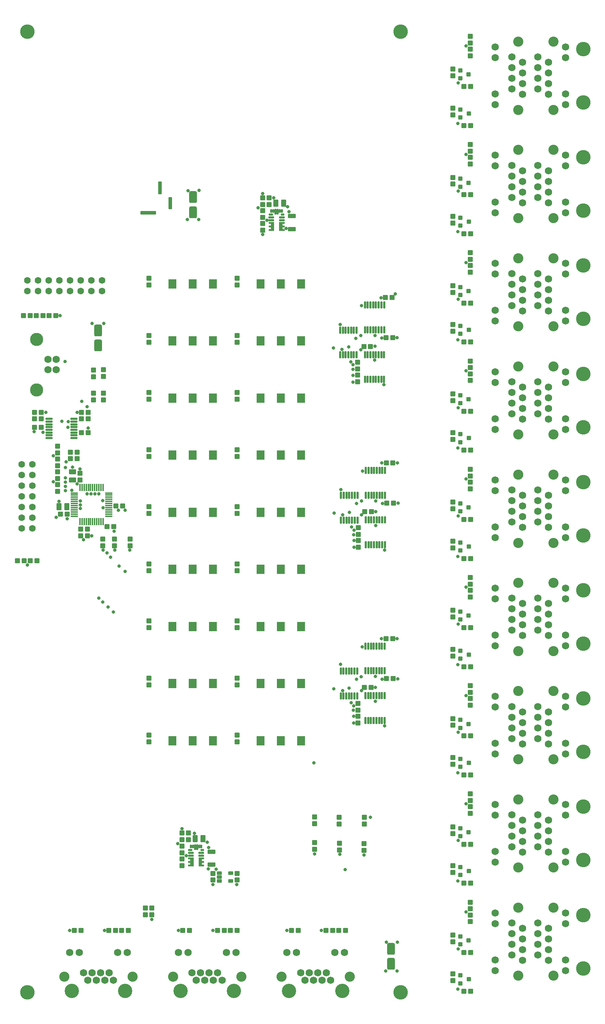
<source format=gts>
G04*
G04 #@! TF.GenerationSoftware,Altium Limited,Altium Designer,23.10.1 (27)*
G04*
G04 Layer_Color=8388736*
%FSLAX44Y44*%
%MOMM*%
G71*
G04*
G04 #@! TF.SameCoordinates,DF195826-C762-4DAA-97BD-B22AA121C3D6*
G04*
G04*
G04 #@! TF.FilePolarity,Negative*
G04*
G01*
G75*
G04:AMPARAMS|DCode=35|XSize=1.143mm|YSize=1.1938mm|CornerRadius=0.1486mm|HoleSize=0mm|Usage=FLASHONLY|Rotation=180.000|XOffset=0mm|YOffset=0mm|HoleType=Round|Shape=RoundedRectangle|*
%AMROUNDEDRECTD35*
21,1,1.1430,0.8966,0,0,180.0*
21,1,0.8458,1.1938,0,0,180.0*
1,1,0.2972,-0.4229,0.4483*
1,1,0.2972,0.4229,0.4483*
1,1,0.2972,0.4229,-0.4483*
1,1,0.2972,-0.4229,-0.4483*
%
%ADD35ROUNDEDRECTD35*%
G04:AMPARAMS|DCode=36|XSize=1.7018mm|YSize=0.508mm|CornerRadius=0.094mm|HoleSize=0mm|Usage=FLASHONLY|Rotation=270.000|XOffset=0mm|YOffset=0mm|HoleType=Round|Shape=RoundedRectangle|*
%AMROUNDEDRECTD36*
21,1,1.7018,0.3200,0,0,270.0*
21,1,1.5138,0.5080,0,0,270.0*
1,1,0.1880,-0.1600,-0.7569*
1,1,0.1880,-0.1600,0.7569*
1,1,0.1880,0.1600,0.7569*
1,1,0.1880,0.1600,-0.7569*
%
%ADD36ROUNDEDRECTD36*%
G04:AMPARAMS|DCode=37|XSize=0.8128mm|YSize=1.2446mm|CornerRadius=0.1321mm|HoleSize=0mm|Usage=FLASHONLY|Rotation=270.000|XOffset=0mm|YOffset=0mm|HoleType=Round|Shape=RoundedRectangle|*
%AMROUNDEDRECTD37*
21,1,0.8128,0.9804,0,0,270.0*
21,1,0.5486,1.2446,0,0,270.0*
1,1,0.2642,-0.4902,-0.2743*
1,1,0.2642,-0.4902,0.2743*
1,1,0.2642,0.4902,0.2743*
1,1,0.2642,0.4902,-0.2743*
%
%ADD37ROUNDEDRECTD37*%
G04:AMPARAMS|DCode=38|XSize=1.7018mm|YSize=0.508mm|CornerRadius=0.094mm|HoleSize=0mm|Usage=FLASHONLY|Rotation=180.000|XOffset=0mm|YOffset=0mm|HoleType=Round|Shape=RoundedRectangle|*
%AMROUNDEDRECTD38*
21,1,1.7018,0.3200,0,0,180.0*
21,1,1.5138,0.5080,0,0,180.0*
1,1,0.1880,-0.7569,0.1600*
1,1,0.1880,0.7569,0.1600*
1,1,0.1880,0.7569,-0.1600*
1,1,0.1880,-0.7569,-0.1600*
%
%ADD38ROUNDEDRECTD38*%
G04:AMPARAMS|DCode=39|XSize=0.4532mm|YSize=0.9032mm|CornerRadius=0.1141mm|HoleSize=0mm|Usage=FLASHONLY|Rotation=0.000|XOffset=0mm|YOffset=0mm|HoleType=Round|Shape=RoundedRectangle|*
%AMROUNDEDRECTD39*
21,1,0.4532,0.6750,0,0,0.0*
21,1,0.2250,0.9032,0,0,0.0*
1,1,0.2282,0.1125,-0.3375*
1,1,0.2282,-0.1125,-0.3375*
1,1,0.2282,-0.1125,0.3375*
1,1,0.2282,0.1125,0.3375*
%
%ADD39ROUNDEDRECTD39*%
G04:AMPARAMS|DCode=40|XSize=0.4532mm|YSize=1.3032mm|CornerRadius=0.1141mm|HoleSize=0mm|Usage=FLASHONLY|Rotation=0.000|XOffset=0mm|YOffset=0mm|HoleType=Round|Shape=RoundedRectangle|*
%AMROUNDEDRECTD40*
21,1,0.4532,1.0750,0,0,0.0*
21,1,0.2250,1.3032,0,0,0.0*
1,1,0.2282,0.1125,-0.5375*
1,1,0.2282,-0.1125,-0.5375*
1,1,0.2282,-0.1125,0.5375*
1,1,0.2282,0.1125,0.5375*
%
%ADD40ROUNDEDRECTD40*%
G04:AMPARAMS|DCode=41|XSize=0.4532mm|YSize=0.9032mm|CornerRadius=0.1141mm|HoleSize=0mm|Usage=FLASHONLY|Rotation=90.000|XOffset=0mm|YOffset=0mm|HoleType=Round|Shape=RoundedRectangle|*
%AMROUNDEDRECTD41*
21,1,0.4532,0.6750,0,0,90.0*
21,1,0.2250,0.9032,0,0,90.0*
1,1,0.2282,0.3375,0.1125*
1,1,0.2282,0.3375,-0.1125*
1,1,0.2282,-0.3375,-0.1125*
1,1,0.2282,-0.3375,0.1125*
%
%ADD41ROUNDEDRECTD41*%
G04:AMPARAMS|DCode=42|XSize=0.4532mm|YSize=1.3032mm|CornerRadius=0.1141mm|HoleSize=0mm|Usage=FLASHONLY|Rotation=90.000|XOffset=0mm|YOffset=0mm|HoleType=Round|Shape=RoundedRectangle|*
%AMROUNDEDRECTD42*
21,1,0.4532,1.0750,0,0,90.0*
21,1,0.2250,1.3032,0,0,90.0*
1,1,0.2282,0.5375,0.1125*
1,1,0.2282,0.5375,-0.1125*
1,1,0.2282,-0.5375,-0.1125*
1,1,0.2282,-0.5375,0.1125*
%
%ADD42ROUNDEDRECTD42*%
G04:AMPARAMS|DCode=43|XSize=0.4532mm|YSize=1.0032mm|CornerRadius=0.1141mm|HoleSize=0mm|Usage=FLASHONLY|Rotation=90.000|XOffset=0mm|YOffset=0mm|HoleType=Round|Shape=RoundedRectangle|*
%AMROUNDEDRECTD43*
21,1,0.4532,0.7750,0,0,90.0*
21,1,0.2250,1.0032,0,0,90.0*
1,1,0.2282,0.3875,0.1125*
1,1,0.2282,0.3875,-0.1125*
1,1,0.2282,-0.3875,-0.1125*
1,1,0.2282,-0.3875,0.1125*
%
%ADD43ROUNDEDRECTD43*%
G04:AMPARAMS|DCode=44|XSize=1.7018mm|YSize=0.4013mm|CornerRadius=0.0658mm|HoleSize=0mm|Usage=FLASHONLY|Rotation=90.000|XOffset=0mm|YOffset=0mm|HoleType=Round|Shape=RoundedRectangle|*
%AMROUNDEDRECTD44*
21,1,1.7018,0.2697,0,0,90.0*
21,1,1.5702,0.4013,0,0,90.0*
1,1,0.1316,0.1349,0.7851*
1,1,0.1316,0.1349,-0.7851*
1,1,0.1316,-0.1349,-0.7851*
1,1,0.1316,-0.1349,0.7851*
%
%ADD44ROUNDEDRECTD44*%
G04:AMPARAMS|DCode=45|XSize=1.7018mm|YSize=0.4013mm|CornerRadius=0.0658mm|HoleSize=0mm|Usage=FLASHONLY|Rotation=180.000|XOffset=0mm|YOffset=0mm|HoleType=Round|Shape=RoundedRectangle|*
%AMROUNDEDRECTD45*
21,1,1.7018,0.2697,0,0,180.0*
21,1,1.5702,0.4013,0,0,180.0*
1,1,0.1316,-0.7851,0.1349*
1,1,0.1316,0.7851,0.1349*
1,1,0.1316,0.7851,-0.1349*
1,1,0.1316,-0.7851,-0.1349*
%
%ADD45ROUNDEDRECTD45*%
G04:AMPARAMS|DCode=46|XSize=1.143mm|YSize=1.1938mm|CornerRadius=0.1486mm|HoleSize=0mm|Usage=FLASHONLY|Rotation=90.000|XOffset=0mm|YOffset=0mm|HoleType=Round|Shape=RoundedRectangle|*
%AMROUNDEDRECTD46*
21,1,1.1430,0.8966,0,0,90.0*
21,1,0.8458,1.1938,0,0,90.0*
1,1,0.2972,0.4483,0.4229*
1,1,0.2972,0.4483,-0.4229*
1,1,0.2972,-0.4483,-0.4229*
1,1,0.2972,-0.4483,0.4229*
%
%ADD46ROUNDEDRECTD46*%
G04:AMPARAMS|DCode=47|XSize=0.9906mm|YSize=1.0922mm|CornerRadius=0.141mm|HoleSize=0mm|Usage=FLASHONLY|Rotation=90.000|XOffset=0mm|YOffset=0mm|HoleType=Round|Shape=RoundedRectangle|*
%AMROUNDEDRECTD47*
21,1,0.9906,0.8103,0,0,90.0*
21,1,0.7087,1.0922,0,0,90.0*
1,1,0.2819,0.4051,0.3543*
1,1,0.2819,0.4051,-0.3543*
1,1,0.2819,-0.4051,-0.3543*
1,1,0.2819,-0.4051,0.3543*
%
%ADD47ROUNDEDRECTD47*%
G04:AMPARAMS|DCode=48|XSize=1.8034mm|YSize=2.794mm|CornerRadius=0.3016mm|HoleSize=0mm|Usage=FLASHONLY|Rotation=0.000|XOffset=0mm|YOffset=0mm|HoleType=Round|Shape=RoundedRectangle|*
%AMROUNDEDRECTD48*
21,1,1.8034,2.1908,0,0,0.0*
21,1,1.2002,2.7940,0,0,0.0*
1,1,0.6033,0.6001,-1.0954*
1,1,0.6033,-0.6001,-1.0954*
1,1,0.6033,-0.6001,1.0954*
1,1,0.6033,0.6001,1.0954*
%
%ADD48ROUNDEDRECTD48*%
G04:AMPARAMS|DCode=49|XSize=1.1938mm|YSize=1.651mm|CornerRadius=0.1511mm|HoleSize=0mm|Usage=FLASHONLY|Rotation=180.000|XOffset=0mm|YOffset=0mm|HoleType=Round|Shape=RoundedRectangle|*
%AMROUNDEDRECTD49*
21,1,1.1938,1.3487,0,0,180.0*
21,1,0.8915,1.6510,0,0,180.0*
1,1,0.3023,-0.4458,0.6744*
1,1,0.3023,0.4458,0.6744*
1,1,0.3023,0.4458,-0.6744*
1,1,0.3023,-0.4458,-0.6744*
%
%ADD49ROUNDEDRECTD49*%
G04:AMPARAMS|DCode=50|XSize=1.0922mm|YSize=1.8034mm|CornerRadius=0.1461mm|HoleSize=0mm|Usage=FLASHONLY|Rotation=270.000|XOffset=0mm|YOffset=0mm|HoleType=Round|Shape=RoundedRectangle|*
%AMROUNDEDRECTD50*
21,1,1.0922,1.5113,0,0,270.0*
21,1,0.8001,1.8034,0,0,270.0*
1,1,0.2921,-0.7557,-0.4001*
1,1,0.2921,-0.7557,0.4001*
1,1,0.2921,0.7557,0.4001*
1,1,0.2921,0.7557,-0.4001*
%
%ADD50ROUNDEDRECTD50*%
G04:AMPARAMS|DCode=51|XSize=1.1938mm|YSize=1.651mm|CornerRadius=0.1511mm|HoleSize=0mm|Usage=FLASHONLY|Rotation=90.000|XOffset=0mm|YOffset=0mm|HoleType=Round|Shape=RoundedRectangle|*
%AMROUNDEDRECTD51*
21,1,1.1938,1.3487,0,0,90.0*
21,1,0.8915,1.6510,0,0,90.0*
1,1,0.3023,0.6744,0.4458*
1,1,0.3023,0.6744,-0.4458*
1,1,0.3023,-0.6744,-0.4458*
1,1,0.3023,-0.6744,0.4458*
%
%ADD51ROUNDEDRECTD51*%
%ADD52C,1.7272*%
%ADD53C,3.1242*%
%ADD54C,1.6002*%
%ADD55R,1.8542X2.2352*%
%ADD56C,2.4130*%
%ADD57C,3.4544*%
%ADD58C,3.4036*%
G04:AMPARAMS|DCode=59|XSize=0.889mm|YSize=3.7084mm|CornerRadius=0.1359mm|HoleSize=0mm|Usage=FLASHONLY|Rotation=90.000|XOffset=0mm|YOffset=0mm|HoleType=Round|Shape=RoundedRectangle|*
%AMROUNDEDRECTD59*
21,1,0.8890,3.4366,0,0,90.0*
21,1,0.6172,3.7084,0,0,90.0*
1,1,0.2718,1.7183,0.3086*
1,1,0.2718,1.7183,-0.3086*
1,1,0.2718,-1.7183,-0.3086*
1,1,0.2718,-1.7183,0.3086*
%
%ADD59ROUNDEDRECTD59*%
G04:AMPARAMS|DCode=60|XSize=0.889mm|YSize=3.0988mm|CornerRadius=0.1359mm|HoleSize=0mm|Usage=FLASHONLY|Rotation=180.000|XOffset=0mm|YOffset=0mm|HoleType=Round|Shape=RoundedRectangle|*
%AMROUNDEDRECTD60*
21,1,0.8890,2.8270,0,0,180.0*
21,1,0.6172,3.0988,0,0,180.0*
1,1,0.2718,-0.3086,1.4135*
1,1,0.2718,0.3086,1.4135*
1,1,0.2718,0.3086,-1.4135*
1,1,0.2718,-0.3086,-1.4135*
%
%ADD60ROUNDEDRECTD60*%
G04:AMPARAMS|DCode=61|XSize=0.889mm|YSize=2.921mm|CornerRadius=0.1359mm|HoleSize=0mm|Usage=FLASHONLY|Rotation=180.000|XOffset=0mm|YOffset=0mm|HoleType=Round|Shape=RoundedRectangle|*
%AMROUNDEDRECTD61*
21,1,0.8890,2.6492,0,0,180.0*
21,1,0.6172,2.9210,0,0,180.0*
1,1,0.2718,-0.3086,1.3246*
1,1,0.2718,0.3086,1.3246*
1,1,0.2718,0.3086,-1.3246*
1,1,0.2718,-0.3086,-1.3246*
%
%ADD61ROUNDEDRECTD61*%
%ADD62C,0.8032*%
G36*
X446882Y324984D02*
X433882D01*
Y329484D01*
X438882D01*
Y333484D01*
X433882D01*
Y337984D01*
X438882D01*
Y341984D01*
X433882D01*
Y346234D01*
Y346484D01*
X446882D01*
Y324984D01*
D02*
G37*
G36*
X471882Y346234D02*
Y341984D01*
X466882D01*
Y337984D01*
X471882D01*
Y333484D01*
X466882D01*
Y329484D01*
X471882D01*
Y324984D01*
X458882D01*
Y346484D01*
X471882D01*
Y346234D01*
D02*
G37*
G36*
X638652Y1837300D02*
X625652D01*
Y1841800D01*
X630652D01*
Y1845800D01*
X625652D01*
Y1850300D01*
X630652D01*
Y1854300D01*
X625652D01*
Y1858550D01*
Y1858800D01*
X638652D01*
Y1837300D01*
D02*
G37*
G36*
X663652Y1858550D02*
Y1854300D01*
X658652D01*
Y1850300D01*
X663652D01*
Y1845800D01*
X658652D01*
Y1841800D01*
X663652D01*
Y1837300D01*
X650652D01*
Y1858800D01*
X663652D01*
Y1858550D01*
D02*
G37*
D35*
X102870Y1635760D02*
D03*
X118872D02*
D03*
X57912Y1635506D02*
D03*
X41910D02*
D03*
X72390Y1635760D02*
D03*
X88392D02*
D03*
X1106678Y27686D02*
D03*
X1090676D02*
D03*
X1106678Y285242D02*
D03*
X1090676D02*
D03*
X1106678Y542798D02*
D03*
X1090676D02*
D03*
X1106678Y800354D02*
D03*
X1090676D02*
D03*
X1106678Y1057910D02*
D03*
X1090676D02*
D03*
X1106678Y1315466D02*
D03*
X1090676D02*
D03*
X1106678Y1573022D02*
D03*
X1090676D02*
D03*
X1106678Y1830578D02*
D03*
X1090676D02*
D03*
X1106678Y2088134D02*
D03*
X1090676D02*
D03*
X1106678Y120396D02*
D03*
X1090676D02*
D03*
X1106678Y377952D02*
D03*
X1090676D02*
D03*
X1106678Y635508D02*
D03*
X1090676D02*
D03*
X1106678Y893064D02*
D03*
X1090676D02*
D03*
X1106678Y1150620D02*
D03*
X1090676D02*
D03*
X1106678Y1408176D02*
D03*
X1090676D02*
D03*
X1106678Y1665732D02*
D03*
X1090676D02*
D03*
X1106678Y1923288D02*
D03*
X1090676D02*
D03*
X1106678Y2180844D02*
D03*
X1090676D02*
D03*
X695960Y172974D02*
D03*
X679958D02*
D03*
X437388D02*
D03*
X421386D02*
D03*
X178816D02*
D03*
X162814D02*
D03*
X778256Y172720D02*
D03*
X762254D02*
D03*
X519684D02*
D03*
X503682D02*
D03*
X261112D02*
D03*
X245110D02*
D03*
X792734Y172974D02*
D03*
X808736D02*
D03*
X534162D02*
D03*
X550164D02*
D03*
X275590D02*
D03*
X291592D02*
D03*
X58166Y1052576D02*
D03*
X74168D02*
D03*
X43434Y1052322D02*
D03*
X27432D02*
D03*
X179578Y1390142D02*
D03*
X195580D02*
D03*
X169672Y1295654D02*
D03*
X153670D02*
D03*
X83820Y1390142D02*
D03*
X67818D02*
D03*
X169672Y1310894D02*
D03*
X153670D02*
D03*
X906526Y771906D02*
D03*
X922528D02*
D03*
X907288Y1189990D02*
D03*
X923290D02*
D03*
X905256Y1583436D02*
D03*
X921258D02*
D03*
X921004Y867410D02*
D03*
X905002D02*
D03*
X921766Y1285494D02*
D03*
X905764D02*
D03*
X919734Y1678940D02*
D03*
X903732D02*
D03*
X853694Y750824D02*
D03*
X869696D02*
D03*
X854456Y1168908D02*
D03*
X870458D02*
D03*
X852424Y1562354D02*
D03*
X868426D02*
D03*
X179578Y1357630D02*
D03*
X195580D02*
D03*
Y1405128D02*
D03*
X179578D02*
D03*
X83820Y1370330D02*
D03*
X67818D02*
D03*
Y1405636D02*
D03*
X83820D02*
D03*
X261874Y1183132D02*
D03*
X277876D02*
D03*
X241046Y1133348D02*
D03*
X257048D02*
D03*
X130048Y1163320D02*
D03*
X146050D02*
D03*
D36*
X856386Y849376D02*
D03*
Y790448D02*
D03*
X895401Y849376D02*
D03*
X888898D02*
D03*
X882396D02*
D03*
X875894D02*
D03*
X869391D02*
D03*
X862889D02*
D03*
X901903Y790448D02*
D03*
X895401D02*
D03*
X888898D02*
D03*
X882396D02*
D03*
X875894D02*
D03*
X869391D02*
D03*
X862889D02*
D03*
X901903Y849376D02*
D03*
X857148Y1267460D02*
D03*
Y1208532D02*
D03*
X896163Y1267460D02*
D03*
X889660D02*
D03*
X883158D02*
D03*
X876656D02*
D03*
X870153D02*
D03*
X863651D02*
D03*
X902665Y1208532D02*
D03*
X896163D02*
D03*
X889660D02*
D03*
X883158D02*
D03*
X876656D02*
D03*
X870153D02*
D03*
X863651D02*
D03*
X902665Y1267460D02*
D03*
X855116Y1660906D02*
D03*
Y1601978D02*
D03*
X894131Y1660906D02*
D03*
X887628D02*
D03*
X881126D02*
D03*
X874624D02*
D03*
X868121D02*
D03*
X861619D02*
D03*
X900633Y1601978D02*
D03*
X894131D02*
D03*
X887628D02*
D03*
X881126D02*
D03*
X874624D02*
D03*
X868121D02*
D03*
X861619D02*
D03*
X900633Y1660906D02*
D03*
X829869Y789940D02*
D03*
X823366D02*
D03*
X816864D02*
D03*
X810362D02*
D03*
X803859D02*
D03*
X797357D02*
D03*
X836371Y731012D02*
D03*
X829869D02*
D03*
X823366D02*
D03*
X816864D02*
D03*
X810362D02*
D03*
X803859D02*
D03*
X797357D02*
D03*
X836371Y789940D02*
D03*
X830631Y1208024D02*
D03*
X824128D02*
D03*
X817626D02*
D03*
X811124D02*
D03*
X804621D02*
D03*
X798119D02*
D03*
X837133Y1149096D02*
D03*
X830631D02*
D03*
X824128D02*
D03*
X817626D02*
D03*
X811124D02*
D03*
X804621D02*
D03*
X798119D02*
D03*
X837133Y1208024D02*
D03*
X828599Y1601470D02*
D03*
X822096D02*
D03*
X815594D02*
D03*
X809092D02*
D03*
X802589D02*
D03*
X796087D02*
D03*
X835101Y1542542D02*
D03*
X828599D02*
D03*
X822096D02*
D03*
X815594D02*
D03*
X809092D02*
D03*
X802589D02*
D03*
X796087D02*
D03*
X835101Y1601470D02*
D03*
X901802Y672592D02*
D03*
Y731520D02*
D03*
X862787Y672592D02*
D03*
X869290D02*
D03*
X875792D02*
D03*
X882294D02*
D03*
X888797D02*
D03*
X895299D02*
D03*
X856285Y731520D02*
D03*
X862787D02*
D03*
X869290D02*
D03*
X875792D02*
D03*
X882294D02*
D03*
X888797D02*
D03*
X895299D02*
D03*
X856285Y672592D02*
D03*
X902564Y1090676D02*
D03*
Y1149604D02*
D03*
X863549Y1090676D02*
D03*
X870052D02*
D03*
X876554D02*
D03*
X883056D02*
D03*
X889559D02*
D03*
X896061D02*
D03*
X857047Y1149604D02*
D03*
X863549D02*
D03*
X870052D02*
D03*
X876554D02*
D03*
X883056D02*
D03*
X889559D02*
D03*
X896061D02*
D03*
X857047Y1090676D02*
D03*
X900532Y1484122D02*
D03*
Y1543050D02*
D03*
X861517Y1484122D02*
D03*
X868020D02*
D03*
X874522D02*
D03*
X881024D02*
D03*
X887527D02*
D03*
X894029D02*
D03*
X855015Y1543050D02*
D03*
X861517D02*
D03*
X868020D02*
D03*
X874522D02*
D03*
X881024D02*
D03*
X887527D02*
D03*
X894029D02*
D03*
X855015Y1484122D02*
D03*
D37*
X534924Y309372D02*
D03*
Y290373D02*
D03*
X508000D02*
D03*
Y299872D02*
D03*
Y309372D02*
D03*
D38*
X161798Y1389990D02*
D03*
X102870D02*
D03*
X161798Y1350975D02*
D03*
Y1357478D02*
D03*
Y1363980D02*
D03*
Y1370482D02*
D03*
Y1376985D02*
D03*
Y1383487D02*
D03*
X102870Y1344473D02*
D03*
Y1350975D02*
D03*
Y1357478D02*
D03*
Y1363980D02*
D03*
Y1370482D02*
D03*
Y1376985D02*
D03*
Y1383487D02*
D03*
X161798Y1344473D02*
D03*
D39*
X632152Y1885050D02*
D03*
X637152D02*
D03*
X652152D02*
D03*
X657152D02*
D03*
X440382Y372734D02*
D03*
X445382D02*
D03*
X460382D02*
D03*
X465382D02*
D03*
D40*
X642152Y1883050D02*
D03*
X647152D02*
D03*
X450382Y370734D02*
D03*
X455382D02*
D03*
D41*
X659152Y1876050D02*
D03*
X467382Y363734D02*
D03*
D42*
X657152Y1869550D02*
D03*
Y1863050D02*
D03*
X632152D02*
D03*
Y1869550D02*
D03*
X465382Y357234D02*
D03*
Y350734D02*
D03*
X440382D02*
D03*
Y357234D02*
D03*
D43*
X630652Y1876050D02*
D03*
X438882Y363734D02*
D03*
D44*
X231216Y1227074D02*
D03*
X226212D02*
D03*
X221209D02*
D03*
X216205D02*
D03*
X211201D02*
D03*
X206197D02*
D03*
X201219D02*
D03*
X196215D02*
D03*
X191211D02*
D03*
X186207D02*
D03*
X181204D02*
D03*
X176200D02*
D03*
X231216Y1145286D02*
D03*
X226212D02*
D03*
X221209D02*
D03*
X216205D02*
D03*
X211201D02*
D03*
X206197D02*
D03*
X201219D02*
D03*
X196215D02*
D03*
X191211D02*
D03*
X186207D02*
D03*
X181204D02*
D03*
X176200D02*
D03*
D45*
X162814Y1158672D02*
D03*
Y1163676D02*
D03*
Y1168679D02*
D03*
Y1173683D02*
D03*
Y1178687D02*
D03*
Y1183691D02*
D03*
Y1188669D02*
D03*
Y1193673D02*
D03*
Y1198677D02*
D03*
Y1203681D02*
D03*
Y1208684D02*
D03*
Y1213688D02*
D03*
X244602Y1158672D02*
D03*
Y1163676D02*
D03*
Y1168679D02*
D03*
Y1173683D02*
D03*
Y1178687D02*
D03*
Y1183691D02*
D03*
Y1188669D02*
D03*
Y1193673D02*
D03*
Y1198677D02*
D03*
Y1203681D02*
D03*
Y1208684D02*
D03*
Y1213688D02*
D03*
D46*
X232410Y1490726D02*
D03*
Y1506728D02*
D03*
X208534Y1490472D02*
D03*
Y1506474D02*
D03*
X1106170Y240030D02*
D03*
Y224028D02*
D03*
Y497586D02*
D03*
Y481584D02*
D03*
Y755142D02*
D03*
Y739140D02*
D03*
Y1012698D02*
D03*
Y996696D02*
D03*
Y1270254D02*
D03*
Y1254252D02*
D03*
Y1527810D02*
D03*
Y1511808D02*
D03*
Y1785366D02*
D03*
Y1769364D02*
D03*
Y2042922D02*
D03*
Y2026920D02*
D03*
Y2300478D02*
D03*
Y2284476D02*
D03*
X1105916Y193548D02*
D03*
Y209550D02*
D03*
Y451104D02*
D03*
Y467106D02*
D03*
Y708660D02*
D03*
Y724662D02*
D03*
Y966216D02*
D03*
Y982218D02*
D03*
Y1223772D02*
D03*
Y1239774D02*
D03*
Y1481328D02*
D03*
Y1497330D02*
D03*
Y1738884D02*
D03*
Y1754886D02*
D03*
Y1996440D02*
D03*
Y2012442D02*
D03*
Y2253996D02*
D03*
Y2269998D02*
D03*
X1064260Y161798D02*
D03*
Y145796D02*
D03*
Y419354D02*
D03*
Y403352D02*
D03*
Y676910D02*
D03*
Y660908D02*
D03*
Y934466D02*
D03*
Y918464D02*
D03*
Y1192022D02*
D03*
Y1176020D02*
D03*
Y1449578D02*
D03*
Y1433576D02*
D03*
Y1707134D02*
D03*
Y1691132D02*
D03*
Y1964690D02*
D03*
Y1948688D02*
D03*
Y2222246D02*
D03*
Y2206244D02*
D03*
X1064514Y69088D02*
D03*
Y53086D02*
D03*
Y326644D02*
D03*
Y310642D02*
D03*
Y584200D02*
D03*
Y568198D02*
D03*
Y841756D02*
D03*
Y825754D02*
D03*
Y1099312D02*
D03*
Y1083310D02*
D03*
Y1356868D02*
D03*
Y1340866D02*
D03*
Y1614424D02*
D03*
Y1598422D02*
D03*
Y1871980D02*
D03*
Y1855978D02*
D03*
Y2129536D02*
D03*
Y2113534D02*
D03*
X550672Y621284D02*
D03*
Y637286D02*
D03*
X340360Y621284D02*
D03*
Y637286D02*
D03*
X550672Y757174D02*
D03*
Y773176D02*
D03*
X340360Y757174D02*
D03*
Y773176D02*
D03*
X550672Y893064D02*
D03*
Y909066D02*
D03*
X340360Y893064D02*
D03*
Y909066D02*
D03*
X550672Y1028954D02*
D03*
Y1044956D02*
D03*
X340360Y1028954D02*
D03*
Y1044956D02*
D03*
X550672Y1164844D02*
D03*
Y1180846D02*
D03*
X340360Y1164844D02*
D03*
Y1180846D02*
D03*
X550672Y1300734D02*
D03*
Y1316736D02*
D03*
X340360Y1300734D02*
D03*
Y1316736D02*
D03*
X550672Y1436624D02*
D03*
Y1452626D02*
D03*
X340360Y1436624D02*
D03*
Y1452626D02*
D03*
X550672Y1572514D02*
D03*
Y1588516D02*
D03*
X340360Y1572514D02*
D03*
Y1588516D02*
D03*
X550672Y1708404D02*
D03*
Y1724406D02*
D03*
X340360Y1708404D02*
D03*
Y1724406D02*
D03*
X347726Y226060D02*
D03*
Y210058D02*
D03*
X122682Y1248156D02*
D03*
Y1264158D02*
D03*
X794766Y379984D02*
D03*
Y363982D02*
D03*
X852932Y378968D02*
D03*
Y362966D02*
D03*
X735076Y381508D02*
D03*
Y365506D02*
D03*
X122682Y1233424D02*
D03*
Y1217422D02*
D03*
X332232Y226060D02*
D03*
Y210058D02*
D03*
X122682Y1309370D02*
D03*
Y1325372D02*
D03*
Y1294892D02*
D03*
Y1278890D02*
D03*
X208280Y1450848D02*
D03*
Y1434846D02*
D03*
X232156Y1450848D02*
D03*
Y1434846D02*
D03*
X611378Y1899920D02*
D03*
Y1915922D02*
D03*
Y1869440D02*
D03*
Y1885442D02*
D03*
X626872Y1899920D02*
D03*
Y1915922D02*
D03*
X611378Y1854962D02*
D03*
Y1838960D02*
D03*
X178308Y1112012D02*
D03*
Y1128014D02*
D03*
X419608Y388366D02*
D03*
Y404368D02*
D03*
Y357632D02*
D03*
Y373634D02*
D03*
X434848Y388366D02*
D03*
Y404368D02*
D03*
X419608Y327152D02*
D03*
Y343154D02*
D03*
X838708Y682498D02*
D03*
Y666496D02*
D03*
X839470Y1100582D02*
D03*
Y1084580D02*
D03*
X837438Y1494028D02*
D03*
Y1478026D02*
D03*
X838454Y696976D02*
D03*
Y712978D02*
D03*
X839216Y1115060D02*
D03*
Y1131062D02*
D03*
X837184Y1508506D02*
D03*
Y1524508D02*
D03*
X295402Y1104392D02*
D03*
Y1088390D02*
D03*
X258826Y1104392D02*
D03*
Y1088390D02*
D03*
X230886Y1104392D02*
D03*
Y1088390D02*
D03*
X493014Y308610D02*
D03*
Y292608D02*
D03*
X550164Y308610D02*
D03*
Y292608D02*
D03*
X193802Y1128014D02*
D03*
Y1112012D02*
D03*
X176530Y1260348D02*
D03*
Y1244346D02*
D03*
X853440Y425704D02*
D03*
Y441706D02*
D03*
X793750Y425704D02*
D03*
Y441706D02*
D03*
X734822Y426466D02*
D03*
Y442468D02*
D03*
D47*
X1082040Y139700D02*
D03*
Y158496D02*
D03*
X1102106Y149098D02*
D03*
X1082040Y397256D02*
D03*
Y416052D02*
D03*
X1102106Y406654D02*
D03*
X1082040Y654812D02*
D03*
Y673608D02*
D03*
X1102106Y664210D02*
D03*
X1082040Y912368D02*
D03*
Y931164D02*
D03*
X1102106Y921766D02*
D03*
X1082040Y1169924D02*
D03*
Y1188720D02*
D03*
X1102106Y1179322D02*
D03*
X1082040Y1427480D02*
D03*
Y1446276D02*
D03*
X1102106Y1436878D02*
D03*
X1082040Y1685036D02*
D03*
Y1703832D02*
D03*
X1102106Y1694434D02*
D03*
X1082040Y1942592D02*
D03*
Y1961388D02*
D03*
X1102106Y1951990D02*
D03*
X1082040Y2200148D02*
D03*
Y2218944D02*
D03*
X1102106Y2209546D02*
D03*
X1082294Y46990D02*
D03*
Y65786D02*
D03*
X1102360Y56388D02*
D03*
X1082294Y304546D02*
D03*
Y323342D02*
D03*
X1102360Y313944D02*
D03*
X1082294Y562102D02*
D03*
Y580898D02*
D03*
X1102360Y571500D02*
D03*
X1082294Y819658D02*
D03*
Y838454D02*
D03*
X1102360Y829056D02*
D03*
X1082294Y1077214D02*
D03*
Y1096010D02*
D03*
X1102360Y1086612D02*
D03*
X1082294Y1334770D02*
D03*
Y1353566D02*
D03*
X1102360Y1344168D02*
D03*
X1082294Y1592326D02*
D03*
Y1611122D02*
D03*
X1102360Y1601724D02*
D03*
X1082294Y1849882D02*
D03*
Y1868678D02*
D03*
X1102360Y1859280D02*
D03*
X1082294Y2107438D02*
D03*
Y2126234D02*
D03*
X1102360Y2116836D02*
D03*
D48*
X219710Y1600454D02*
D03*
Y1564386D02*
D03*
X917448Y92964D02*
D03*
Y129032D02*
D03*
X445262Y1881378D02*
D03*
Y1917446D02*
D03*
D49*
X642620Y1903222D02*
D03*
X661670D02*
D03*
X450342Y390906D02*
D03*
X469392D02*
D03*
X126238Y1180846D02*
D03*
X145288D02*
D03*
D50*
X680974Y1841500D02*
D03*
Y1872488D02*
D03*
X489712Y329184D02*
D03*
Y360172D02*
D03*
D51*
X158496Y1263904D02*
D03*
Y1244854D02*
D03*
D52*
X99822Y1506728D02*
D03*
Y1531620D02*
D03*
X119888Y1506728D02*
D03*
Y1531620D02*
D03*
X1333246Y77470D02*
D03*
Y102870D02*
D03*
Y189230D02*
D03*
Y214630D02*
D03*
X1267206Y190500D02*
D03*
X1292606Y177800D02*
D03*
X1267206Y165100D02*
D03*
X1292606Y152400D02*
D03*
X1267206Y139700D02*
D03*
X1292606Y127000D02*
D03*
X1267206Y114300D02*
D03*
X1292606Y101600D02*
D03*
X1165606Y77470D02*
D03*
X1230376Y101600D02*
D03*
X1165606Y189230D02*
D03*
Y214630D02*
D03*
Y102870D02*
D03*
X1204976Y114300D02*
D03*
X1230376Y152400D02*
D03*
X1204976Y165100D02*
D03*
X1230376Y127000D02*
D03*
X1204976Y139700D02*
D03*
X1230376Y177800D02*
D03*
X1204976Y190500D02*
D03*
X1333246Y335026D02*
D03*
Y360426D02*
D03*
Y446786D02*
D03*
Y472186D02*
D03*
X1267206Y448056D02*
D03*
X1292606Y435356D02*
D03*
X1267206Y422656D02*
D03*
X1292606Y409956D02*
D03*
X1267206Y397256D02*
D03*
X1292606Y384556D02*
D03*
X1267206Y371856D02*
D03*
X1292606Y359156D02*
D03*
X1165606Y335026D02*
D03*
X1230376Y359156D02*
D03*
X1165606Y446786D02*
D03*
Y472186D02*
D03*
Y360426D02*
D03*
X1204976Y371856D02*
D03*
X1230376Y409956D02*
D03*
X1204976Y422656D02*
D03*
X1230376Y384556D02*
D03*
X1204976Y397256D02*
D03*
X1230376Y435356D02*
D03*
X1204976Y448056D02*
D03*
X1333246Y592582D02*
D03*
Y617982D02*
D03*
Y704342D02*
D03*
Y729742D02*
D03*
X1267206Y705612D02*
D03*
X1292606Y692912D02*
D03*
X1267206Y680212D02*
D03*
X1292606Y667512D02*
D03*
X1267206Y654812D02*
D03*
X1292606Y642112D02*
D03*
X1267206Y629412D02*
D03*
X1292606Y616712D02*
D03*
X1165606Y592582D02*
D03*
X1230376Y616712D02*
D03*
X1165606Y704342D02*
D03*
Y729742D02*
D03*
Y617982D02*
D03*
X1204976Y629412D02*
D03*
X1230376Y667512D02*
D03*
X1204976Y680212D02*
D03*
X1230376Y642112D02*
D03*
X1204976Y654812D02*
D03*
X1230376Y692912D02*
D03*
X1204976Y705612D02*
D03*
X1333246Y850138D02*
D03*
Y875538D02*
D03*
Y961898D02*
D03*
Y987298D02*
D03*
X1267206Y963168D02*
D03*
X1292606Y950468D02*
D03*
X1267206Y937768D02*
D03*
X1292606Y925068D02*
D03*
X1267206Y912368D02*
D03*
X1292606Y899668D02*
D03*
X1267206Y886968D02*
D03*
X1292606Y874268D02*
D03*
X1165606Y850138D02*
D03*
X1230376Y874268D02*
D03*
X1165606Y961898D02*
D03*
Y987298D02*
D03*
Y875538D02*
D03*
X1204976Y886968D02*
D03*
X1230376Y925068D02*
D03*
X1204976Y937768D02*
D03*
X1230376Y899668D02*
D03*
X1204976Y912368D02*
D03*
X1230376Y950468D02*
D03*
X1204976Y963168D02*
D03*
X1333246Y1107694D02*
D03*
Y1133094D02*
D03*
Y1219454D02*
D03*
Y1244854D02*
D03*
X1267206Y1220724D02*
D03*
X1292606Y1208024D02*
D03*
X1267206Y1195324D02*
D03*
X1292606Y1182624D02*
D03*
X1267206Y1169924D02*
D03*
X1292606Y1157224D02*
D03*
X1267206Y1144524D02*
D03*
X1292606Y1131824D02*
D03*
X1165606Y1107694D02*
D03*
X1230376Y1131824D02*
D03*
X1165606Y1219454D02*
D03*
Y1244854D02*
D03*
Y1133094D02*
D03*
X1204976Y1144524D02*
D03*
X1230376Y1182624D02*
D03*
X1204976Y1195324D02*
D03*
X1230376Y1157224D02*
D03*
X1204976Y1169924D02*
D03*
X1230376Y1208024D02*
D03*
X1204976Y1220724D02*
D03*
X1333246Y1365250D02*
D03*
Y1390650D02*
D03*
Y1477010D02*
D03*
Y1502410D02*
D03*
X1267206Y1478280D02*
D03*
X1292606Y1465580D02*
D03*
X1267206Y1452880D02*
D03*
X1292606Y1440180D02*
D03*
X1267206Y1427480D02*
D03*
X1292606Y1414780D02*
D03*
X1267206Y1402080D02*
D03*
X1292606Y1389380D02*
D03*
X1165606Y1365250D02*
D03*
X1230376Y1389380D02*
D03*
X1165606Y1477010D02*
D03*
Y1502410D02*
D03*
Y1390650D02*
D03*
X1204976Y1402080D02*
D03*
X1230376Y1440180D02*
D03*
X1204976Y1452880D02*
D03*
X1230376Y1414780D02*
D03*
X1204976Y1427480D02*
D03*
X1230376Y1465580D02*
D03*
X1204976Y1478280D02*
D03*
X1333246Y1622806D02*
D03*
Y1648206D02*
D03*
Y1734566D02*
D03*
Y1759966D02*
D03*
X1267206Y1735836D02*
D03*
X1292606Y1723136D02*
D03*
X1267206Y1710436D02*
D03*
X1292606Y1697736D02*
D03*
X1267206Y1685036D02*
D03*
X1292606Y1672336D02*
D03*
X1267206Y1659636D02*
D03*
X1292606Y1646936D02*
D03*
X1165606Y1622806D02*
D03*
X1230376Y1646936D02*
D03*
X1165606Y1734566D02*
D03*
Y1759966D02*
D03*
Y1648206D02*
D03*
X1204976Y1659636D02*
D03*
X1230376Y1697736D02*
D03*
X1204976Y1710436D02*
D03*
X1230376Y1672336D02*
D03*
X1204976Y1685036D02*
D03*
X1230376Y1723136D02*
D03*
X1204976Y1735836D02*
D03*
X1333246Y1880362D02*
D03*
Y1905762D02*
D03*
Y1992122D02*
D03*
Y2017522D02*
D03*
X1267206Y1993392D02*
D03*
X1292606Y1980692D02*
D03*
X1267206Y1967992D02*
D03*
X1292606Y1955292D02*
D03*
X1267206Y1942592D02*
D03*
X1292606Y1929892D02*
D03*
X1267206Y1917192D02*
D03*
X1292606Y1904492D02*
D03*
X1165606Y1880362D02*
D03*
X1230376Y1904492D02*
D03*
X1165606Y1992122D02*
D03*
Y2017522D02*
D03*
Y1905762D02*
D03*
X1204976Y1917192D02*
D03*
X1230376Y1955292D02*
D03*
X1204976Y1967992D02*
D03*
X1230376Y1929892D02*
D03*
X1204976Y1942592D02*
D03*
X1230376Y1980692D02*
D03*
X1204976Y1993392D02*
D03*
X1333246Y2137918D02*
D03*
Y2163318D02*
D03*
Y2249678D02*
D03*
Y2275078D02*
D03*
X1267206Y2250948D02*
D03*
X1292606Y2238248D02*
D03*
X1267206Y2225548D02*
D03*
X1292606Y2212848D02*
D03*
X1267206Y2200148D02*
D03*
X1292606Y2187448D02*
D03*
X1267206Y2174748D02*
D03*
X1292606Y2162048D02*
D03*
X1165606Y2137918D02*
D03*
X1230376Y2162048D02*
D03*
X1165606Y2249678D02*
D03*
Y2275078D02*
D03*
Y2163318D02*
D03*
X1204976Y2174748D02*
D03*
X1230376Y2212848D02*
D03*
X1204976Y2225548D02*
D03*
X1230376Y2187448D02*
D03*
X1204976Y2200148D02*
D03*
X1230376Y2238248D02*
D03*
X1204976Y2250948D02*
D03*
X669036Y119888D02*
D03*
X691896D02*
D03*
X783336D02*
D03*
X806196D02*
D03*
X701802Y71628D02*
D03*
X712026Y53848D02*
D03*
X722186Y71628D02*
D03*
X732409Y53848D02*
D03*
X742505Y71628D02*
D03*
X752793Y53848D02*
D03*
X762952Y71628D02*
D03*
X773176Y53848D02*
D03*
X410464Y119888D02*
D03*
X433324D02*
D03*
X524764D02*
D03*
X547624D02*
D03*
X443230Y71628D02*
D03*
X453453Y53848D02*
D03*
X463614Y71628D02*
D03*
X473837Y53848D02*
D03*
X483933Y71628D02*
D03*
X494221Y53848D02*
D03*
X504380Y71628D02*
D03*
X514604Y53848D02*
D03*
X151892Y119888D02*
D03*
X174752D02*
D03*
X266192D02*
D03*
X289052D02*
D03*
X184658Y71628D02*
D03*
X194881Y53848D02*
D03*
X205042Y71628D02*
D03*
X215265Y53848D02*
D03*
X225361Y71628D02*
D03*
X235648Y53848D02*
D03*
X245809Y71628D02*
D03*
X256032Y53848D02*
D03*
D53*
X72644Y1579372D02*
D03*
Y1458976D02*
D03*
D54*
X177800Y1719580D02*
D03*
Y1694180D02*
D03*
X152400Y1719580D02*
D03*
Y1694180D02*
D03*
X127000Y1719580D02*
D03*
Y1694180D02*
D03*
X101600Y1719580D02*
D03*
Y1694180D02*
D03*
X76200Y1719580D02*
D03*
Y1694180D02*
D03*
X50800Y1719580D02*
D03*
Y1694180D02*
D03*
X203200Y1719580D02*
D03*
Y1694180D02*
D03*
X228600Y1719580D02*
D03*
Y1694180D02*
D03*
X37846Y1282192D02*
D03*
X63246D02*
D03*
X37846Y1256792D02*
D03*
X63246D02*
D03*
X37846Y1231392D02*
D03*
X63246D02*
D03*
X37846Y1205992D02*
D03*
X63246D02*
D03*
X37846Y1180592D02*
D03*
X63246D02*
D03*
X37846Y1155192D02*
D03*
X63246D02*
D03*
X37846Y1129792D02*
D03*
X63246D02*
D03*
D55*
X606806Y624078D02*
D03*
X655066D02*
D03*
X703326D02*
D03*
X396494D02*
D03*
X444754D02*
D03*
X493014D02*
D03*
X606806Y759968D02*
D03*
X655066D02*
D03*
X703326D02*
D03*
X396494D02*
D03*
X444754D02*
D03*
X493014D02*
D03*
X606806Y895858D02*
D03*
X655066D02*
D03*
X703326D02*
D03*
X396494D02*
D03*
X444754D02*
D03*
X493014D02*
D03*
X606806Y1031748D02*
D03*
X655066D02*
D03*
X703326D02*
D03*
X396494D02*
D03*
X444754D02*
D03*
X493014D02*
D03*
X606806Y1167638D02*
D03*
X655066D02*
D03*
X703326D02*
D03*
X396494D02*
D03*
X444754D02*
D03*
X493014D02*
D03*
X606806Y1303528D02*
D03*
X655066D02*
D03*
X703326D02*
D03*
X396494D02*
D03*
X444754D02*
D03*
X493014D02*
D03*
X606806Y1439418D02*
D03*
X655066D02*
D03*
X703326D02*
D03*
X396494D02*
D03*
X444754D02*
D03*
X493014D02*
D03*
X606806Y1575308D02*
D03*
X655066D02*
D03*
X703326D02*
D03*
X396494D02*
D03*
X444754D02*
D03*
X493014D02*
D03*
X606806Y1711198D02*
D03*
X655066D02*
D03*
X703326D02*
D03*
X396494D02*
D03*
X444754D02*
D03*
X493014D02*
D03*
D56*
X1304036Y227203D02*
D03*
Y64897D02*
D03*
X1220216Y227203D02*
D03*
Y64897D02*
D03*
X1304036Y484759D02*
D03*
Y322453D02*
D03*
X1220216Y484759D02*
D03*
Y322453D02*
D03*
X1304036Y742315D02*
D03*
Y580009D02*
D03*
X1220216Y742315D02*
D03*
Y580009D02*
D03*
X1304036Y999871D02*
D03*
Y837565D02*
D03*
X1220216Y999871D02*
D03*
Y837565D02*
D03*
X1304036Y1257427D02*
D03*
Y1095121D02*
D03*
X1220216Y1257427D02*
D03*
Y1095121D02*
D03*
X1304036Y1514983D02*
D03*
Y1352677D02*
D03*
X1220216Y1514983D02*
D03*
Y1352677D02*
D03*
X1304036Y1772539D02*
D03*
Y1610233D02*
D03*
X1220216Y1772539D02*
D03*
Y1610233D02*
D03*
X1304036Y2030095D02*
D03*
Y1867789D02*
D03*
X1220216Y2030095D02*
D03*
Y1867789D02*
D03*
X1304036Y2287651D02*
D03*
Y2125345D02*
D03*
X1220216Y2287651D02*
D03*
Y2125345D02*
D03*
X818896Y62738D02*
D03*
X656336D02*
D03*
X560324D02*
D03*
X397764D02*
D03*
X301752D02*
D03*
X139192D02*
D03*
D57*
X1375156Y209550D02*
D03*
Y82550D02*
D03*
Y467106D02*
D03*
Y340106D02*
D03*
Y724662D02*
D03*
Y597662D02*
D03*
Y982218D02*
D03*
Y855218D02*
D03*
Y1239774D02*
D03*
Y1112774D02*
D03*
Y1497330D02*
D03*
Y1370330D02*
D03*
Y1754886D02*
D03*
Y1627886D02*
D03*
Y2012442D02*
D03*
Y1885442D02*
D03*
Y2269998D02*
D03*
Y2142998D02*
D03*
X939800Y2311400D02*
D03*
X50800D02*
D03*
X939800Y25400D02*
D03*
X50800D02*
D03*
D58*
X801116Y28448D02*
D03*
X674116D02*
D03*
X542544D02*
D03*
X415544D02*
D03*
X283972D02*
D03*
X156972D02*
D03*
D59*
X338582Y1880108D02*
D03*
D60*
X366522Y1940052D02*
D03*
D61*
X391668Y1903222D02*
D03*
D62*
X180340Y1431798D02*
D03*
X193294Y1419098D02*
D03*
X143208Y1287526D02*
D03*
X158750Y1275080D02*
D03*
X141478Y1274318D02*
D03*
X67480Y1359822D02*
D03*
X129286Y1635760D02*
D03*
X195580Y1368552D02*
D03*
X140716Y1526540D02*
D03*
X232651Y1617438D02*
D03*
X205473D02*
D03*
X169164Y1405128D02*
D03*
X132842Y1384554D02*
D03*
X94742Y1405636D02*
D03*
X147828Y1370330D02*
D03*
X88646Y1357884D02*
D03*
X148082Y1383284D02*
D03*
X176530Y1271270D02*
D03*
X751586Y172974D02*
D03*
X669036D02*
D03*
X493014D02*
D03*
X410464D02*
D03*
X1075944Y32766D02*
D03*
X1077468Y129032D02*
D03*
X1075944Y290322D02*
D03*
X1077468Y386588D02*
D03*
X1075944Y547878D02*
D03*
X1077468Y644144D02*
D03*
X1075944Y805434D02*
D03*
X1077468Y901700D02*
D03*
X1075944Y1062990D02*
D03*
X1077468Y1159256D02*
D03*
X1075944Y1320546D02*
D03*
X1077468Y1416812D02*
D03*
X1075944Y1578102D02*
D03*
X1077468Y1674368D02*
D03*
X1075944Y1835658D02*
D03*
X1077468Y1931924D02*
D03*
X1075944Y2093214D02*
D03*
X1077468Y2189480D02*
D03*
X347726Y198882D02*
D03*
X231140Y1078230D02*
D03*
X295216D02*
D03*
X259402D02*
D03*
X50800Y1042416D02*
D03*
X433324Y1933194D02*
D03*
X459753Y1933482D02*
D03*
X255524Y930656D02*
D03*
X243078Y942340D02*
D03*
X230886Y954532D02*
D03*
X221234Y963930D02*
D03*
X283972Y1027176D02*
D03*
X269240Y1039876D02*
D03*
X248920Y1060958D02*
D03*
X240792Y1070864D02*
D03*
X230124Y1195832D02*
D03*
X156464Y1219708D02*
D03*
X141478Y1219200D02*
D03*
Y1249680D02*
D03*
Y1239520D02*
D03*
X126492Y1194054D02*
D03*
X119888Y1155954D02*
D03*
X733298Y571754D02*
D03*
X808228Y317500D02*
D03*
X927608Y1687322D02*
D03*
X667258Y1843024D02*
D03*
X176802Y1176783D02*
D03*
X231092Y1178673D02*
D03*
X878858Y1588263D02*
D03*
X795800Y1614679D02*
D03*
X878078Y1529842D02*
D03*
X881144Y1194817D02*
D03*
X797832Y1221741D02*
D03*
X880306Y1136434D02*
D03*
X796816Y805689D02*
D03*
X880110Y718058D02*
D03*
X879758Y777007D02*
D03*
X611886Y1828800D02*
D03*
X848233Y847979D02*
D03*
X849249Y1266063D02*
D03*
X847217Y1659509D02*
D03*
X459499Y1864394D02*
D03*
X432321D02*
D03*
X828040Y666242D02*
D03*
Y682244D02*
D03*
X932942Y771652D02*
D03*
X896112Y770636D02*
D03*
X828040Y707390D02*
D03*
X827786Y696468D02*
D03*
X880110Y751078D02*
D03*
X846483Y743359D02*
D03*
X894588Y866902D02*
D03*
X931418Y867156D02*
D03*
X901517Y659953D02*
D03*
X846328Y776732D02*
D03*
X834595Y770333D02*
D03*
X801624Y743712D02*
D03*
X781050Y747522D02*
D03*
X822452Y714502D02*
D03*
X817531Y749582D02*
D03*
X826770Y1477772D02*
D03*
Y1493774D02*
D03*
X931672Y1583182D02*
D03*
X894842Y1582166D02*
D03*
X826770Y1518920D02*
D03*
X826516Y1507998D02*
D03*
X878840Y1562608D02*
D03*
X845213Y1554889D02*
D03*
X893318Y1678432D02*
D03*
X900247Y1471483D02*
D03*
X845058Y1588262D02*
D03*
X833325Y1581863D02*
D03*
X800354Y1555242D02*
D03*
X779780Y1559052D02*
D03*
X821182Y1526032D02*
D03*
X816261Y1561111D02*
D03*
X902280Y1078037D02*
D03*
X621792Y1862836D02*
D03*
X674370Y1882902D02*
D03*
X671068Y1895094D02*
D03*
X429768Y350266D02*
D03*
X904507Y75980D02*
D03*
X931685D02*
D03*
X932447Y145068D02*
D03*
X906018Y144780D02*
D03*
X600456Y1892554D02*
D03*
X637540Y1916176D02*
D03*
X611378Y1926590D02*
D03*
X481584Y319024D02*
D03*
X409194Y379730D02*
D03*
X419354Y414782D02*
D03*
X448818Y403860D02*
D03*
X479806Y382524D02*
D03*
X483108Y370332D02*
D03*
X492760Y282194D02*
D03*
X500888Y318008D02*
D03*
X549910Y282194D02*
D03*
X828802Y1084326D02*
D03*
Y1100328D02*
D03*
X933704Y1189736D02*
D03*
X896874Y1188720D02*
D03*
X828802Y1125474D02*
D03*
X828548Y1114552D02*
D03*
X880872Y1169162D02*
D03*
X847245Y1161443D02*
D03*
X895350Y1284986D02*
D03*
X932180Y1285240D02*
D03*
X847090Y1194816D02*
D03*
X835357Y1188417D02*
D03*
X802386Y1161796D02*
D03*
X781812Y1165606D02*
D03*
X823214Y1132586D02*
D03*
X818292Y1167665D02*
D03*
X868172Y441706D02*
D03*
X852932Y352552D02*
D03*
X795020Y353568D02*
D03*
X734822Y355092D02*
D03*
X1095780Y2277295D02*
D03*
Y2019739D02*
D03*
Y1762183D02*
D03*
X1096034Y1504627D02*
D03*
Y1247071D02*
D03*
Y989515D02*
D03*
X1095780Y731959D02*
D03*
Y474403D02*
D03*
X1096010Y216662D02*
D03*
X151892Y172974D02*
D03*
X234442D02*
D03*
X145542Y1152652D02*
D03*
X169164Y1235710D02*
D03*
X283972Y1172718D02*
D03*
X267970Y1172464D02*
D03*
X257302Y1122426D02*
D03*
X204470Y1111758D02*
D03*
X184912Y1102106D02*
D03*
X112776Y1302258D02*
D03*
X113030Y1240790D02*
D03*
X176784Y1185418D02*
D03*
Y1195070D02*
D03*
X221234Y1211580D02*
D03*
X211582D02*
D03*
X202184D02*
D03*
X193040D02*
D03*
X141478Y1229360D02*
D03*
M02*

</source>
